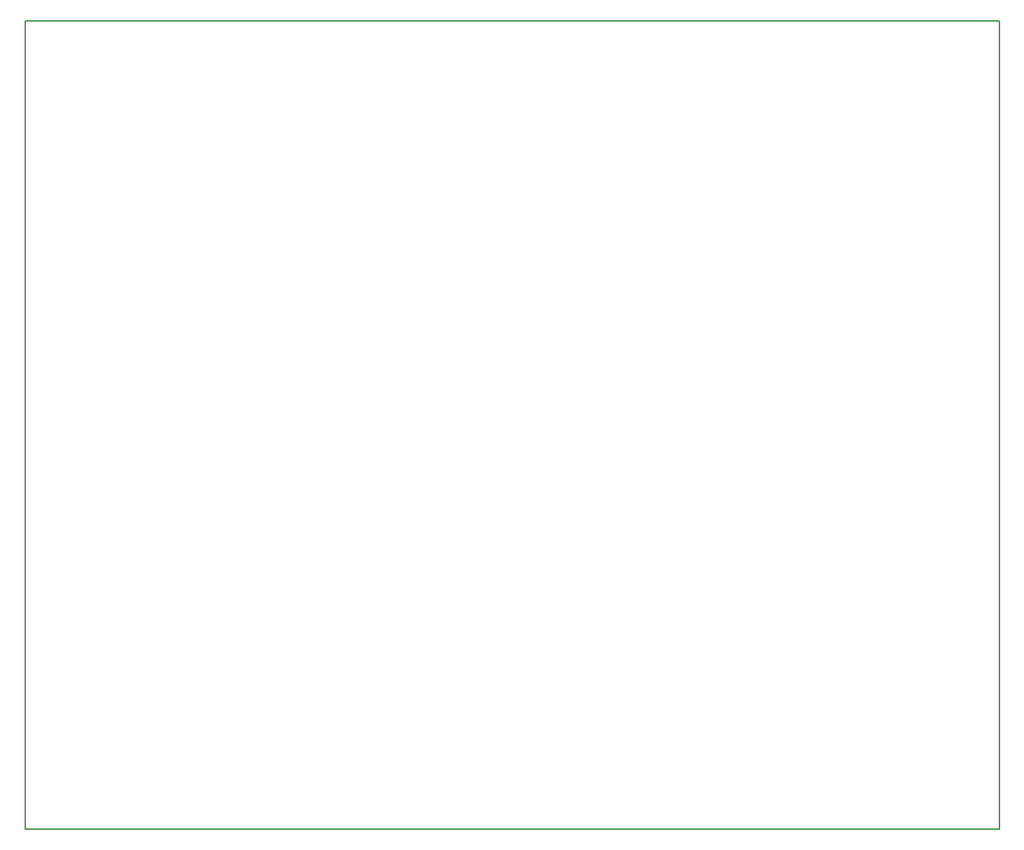
<source format=gbr>
G04 #@! TF.FileFunction,Profile,NP*
%FSLAX46Y46*%
G04 Gerber Fmt 4.6, Leading zero omitted, Abs format (unit mm)*
G04 Created by KiCad (PCBNEW 4.0.2-stable) date 5/17/2016 9:00:01 PM*
%MOMM*%
G01*
G04 APERTURE LIST*
%ADD10C,0.100000*%
%ADD11C,0.150000*%
G04 APERTURE END LIST*
D10*
D11*
X219075000Y-47701200D02*
X217576400Y-47701200D01*
X219075000Y-142621000D02*
X219075000Y-47701200D01*
X104775000Y-47701200D02*
X217627200Y-47701200D01*
X104775000Y-142621000D02*
X104775000Y-47701200D01*
X104775000Y-142621000D02*
X219075000Y-142621000D01*
M02*

</source>
